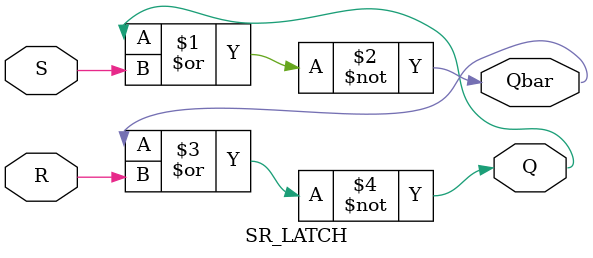
<source format=v>
`timescale 1ns / 1ps


module SR_LATCH(
    input S,
    input R,
    output Q,
    output Qbar
    );
    
    nor(Qbar, Q, S);
    nor(Q, Qbar, R);

    
endmodule

</source>
